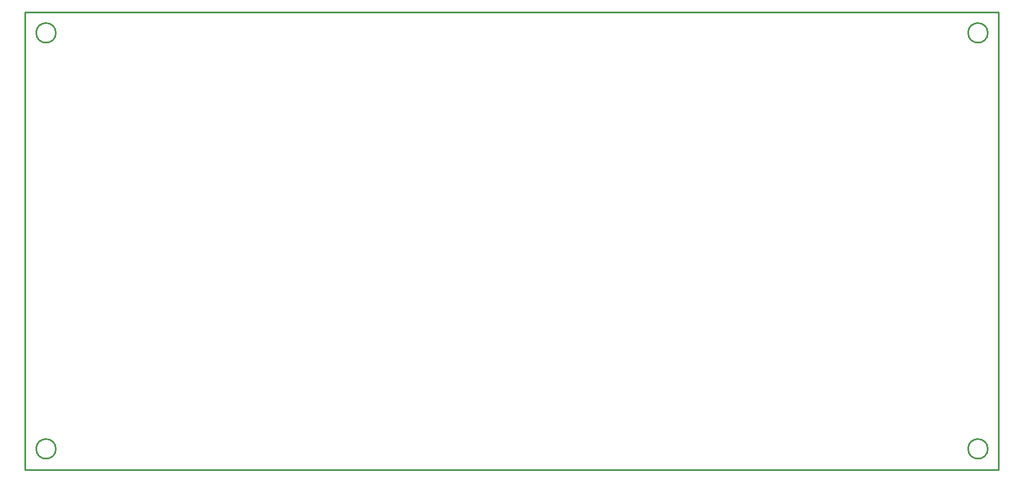
<source format=gko>
G04*
G04 #@! TF.GenerationSoftware,Altium Limited,Altium Designer,21.6.1 (37)*
G04*
G04 Layer_Color=16711935*
%FSTAX24Y24*%
%MOIN*%
G70*
G04*
G04 #@! TF.SameCoordinates,59C10F7D-216A-4877-8410-82FF31B31C47*
G04*
G04*
G04 #@! TF.FilePolarity,Positive*
G04*
G01*
G75*
%ADD10C,0.0100*%
D10*
X062141Y04465D02*
G03*
X062141Y04465I-000591J0D01*
G01*
Y01965D02*
G03*
X062141Y01965I-000591J0D01*
G01*
X006141D02*
G03*
X006141Y01965I-000591J0D01*
G01*
Y04465D02*
G03*
X006141Y04465I-000591J0D01*
G01*
X0628Y0184D02*
Y0459D01*
X0043D02*
X0628D01*
X0043Y0184D02*
X0628D01*
X0043Y0459D02*
X0043Y0184D01*
M02*

</source>
